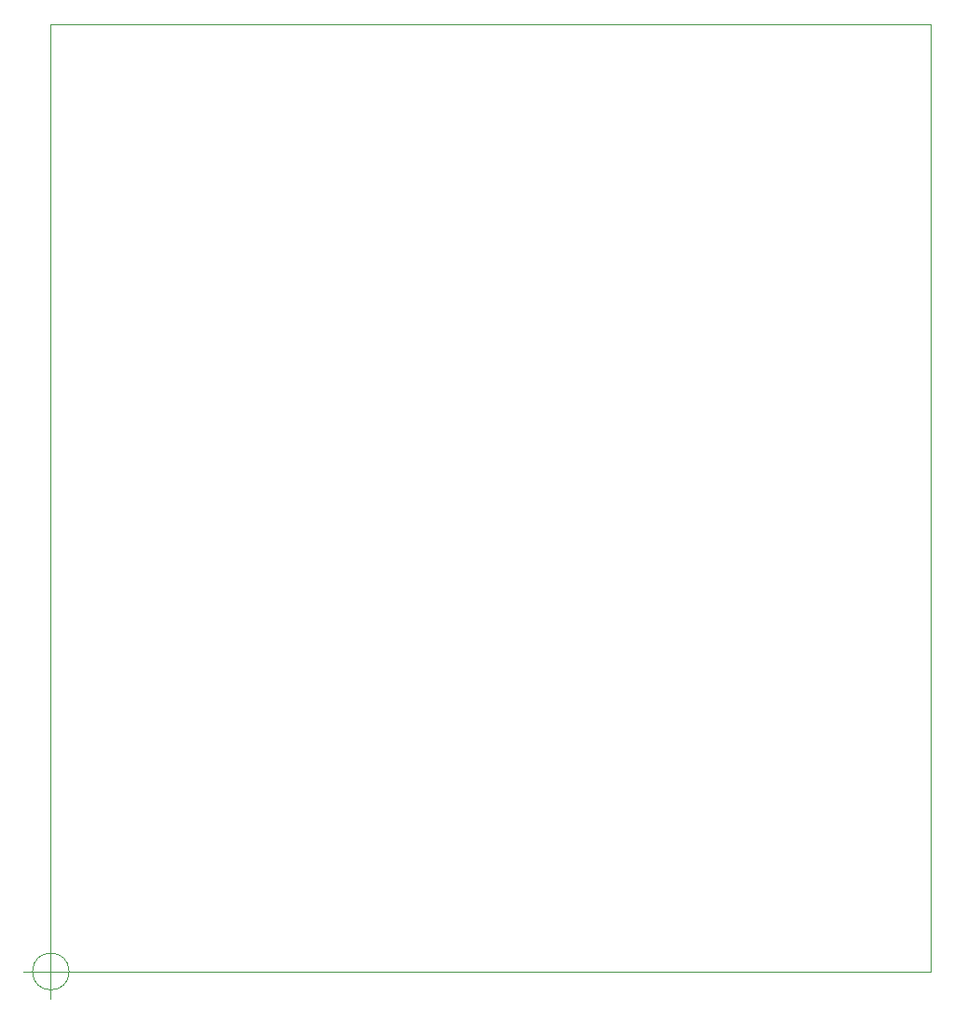
<source format=gbr>
%TF.GenerationSoftware,KiCad,Pcbnew,(6.0.10)*%
%TF.CreationDate,2023-03-17T10:19:52+01:00*%
%TF.ProjectId,MacroBoard_16keys,4d616372-6f42-46f6-9172-645f31366b65,rev?*%
%TF.SameCoordinates,Original*%
%TF.FileFunction,Profile,NP*%
%FSLAX46Y46*%
G04 Gerber Fmt 4.6, Leading zero omitted, Abs format (unit mm)*
G04 Created by KiCad (PCBNEW (6.0.10)) date 2023-03-17 10:19:52*
%MOMM*%
%LPD*%
G01*
G04 APERTURE LIST*
%TA.AperFunction,Profile*%
%ADD10C,0.100000*%
%TD*%
G04 APERTURE END LIST*
D10*
X99700000Y-37900000D02*
X179600000Y-37900000D01*
X179600000Y-37900000D02*
X179600000Y-123800000D01*
X179600000Y-123800000D02*
X99700000Y-123800000D01*
X99700000Y-123800000D02*
X99700000Y-37900000D01*
X101366666Y-123800000D02*
G75*
G03*
X101366666Y-123800000I-1666666J0D01*
G01*
X97200000Y-123800000D02*
X102200000Y-123800000D01*
X99700000Y-121300000D02*
X99700000Y-126300000D01*
M02*

</source>
